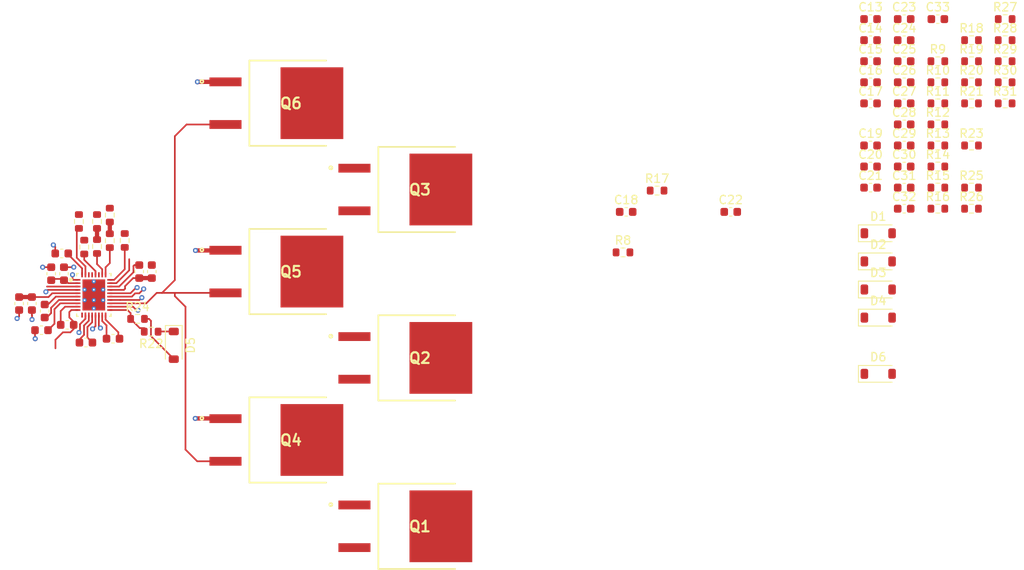
<source format=kicad_pcb>
(kicad_pcb (version 20241229) (generator "pcbnew") (generator_version "9.0")
  (layers (0 "F.Cu" signal) (2 "B.Cu" signal) (13 "F.Paste" user) (15 "B.Paste" user) (5 "F.SilkS" user "F.Silkscreen") (7 "B.SilkS" user "B.Silkscreen") (1 "F.Mask" user) (3 "B.Mask" user) (25 "Edge.Cuts" user))
  (net 0 "")
  (net 1 "AVDD")
  (net 2 "Net-(U1-DVDD)")
  (net 3 "Net-(U1-GVDD)")
  (net 4 "PVDD")
  (net 5 "VREG")
  (net 6 "/MotorController/BSTC")
  (net 7 "SHC")
  (net 8 "/MotorController/BSTB")
  (net 9 "SHB")
  (net 10 "/MotorController/CPL")
  (net 11 "/MotorController/CPH")
  (net 12 "/MotorController/BSTA")
  (net 13 "SHA")
  (net 14 "/MotorController/EXT_CLK")
  (net 15 "Net-(R1-Pad2)")
  (net 16 "nFAULT")
  (net 17 "FGOUT")
  (net 18 "MCX_SCL")
  (net 19 "MCX_SDA")
  (net 20 "/MotorController/SCL")
  (net 21 "/MotorController/SDA")
  (net 22 "SN")
  (net 23 "SP")
  (net 24 "DACOUT{slash}SOX{slash}SPEED_ANA")
  (net 25 "DRVOFF")
  (net 26 "OUTA")
  (net 27 "GCTRL")
  (net 28 "Net-(C15-Pad1)")
  (net 29 "Net-(C16-Pad1)")
  (net 30 "LSS")
  (net 31 "DIR")
  (net 32 "SPEED{slash}WAKE")
  (net 33 "GND")
  (net 34 "OUTB")
  (net 35 "GHA")
  (net 36 "BRAKE")
  (net 37 "Net-(C20-Pad2)")
  (net 38 "Net-(C21-Pad1)")
  (net 39 "Net-(C22-Pad1)")
  (net 40 "OUTC")
  (net 41 "Net-(C26-Pad2)")
  (net 42 "Net-(C27-Pad1)")
  (net 43 "Net-(C28-Pad1)")
  (net 44 "Net-(D1-K)")
  (net 45 "Net-(D2-K)")
  (net 46 "Net-(D3-K)")
  (net 47 "Net-(D4-K)")
  (net 48 "Net-(D5-K)")
  (net 49 "Net-(D6-K)")
  (net 50 "/MOSFETs/GHA_FET")
  (net 51 "GLA")
  (net 52 "/MOSFETs/GHB_FET")
  (net 53 "GLB")
  (net 54 "/MOSFETs/GHC_FET")
  (net 55 "GLC")
  (net 56 "GHB")
  (net 57 "GHC")
  (footprint "Resistor_SMD:R_0603_1608Metric" (layer "F.Cu") (at 195.771 57.3)
    (property "Reference" "R21")
    (property "Value" "R")
  )
  (footprint "Resistor_SMD:R_0603_1608Metric" (layer "F.Cu") (at 191.761 52.28)
    (property "Reference" "R9")
    (property "Value" "10")
  )
  (footprint "Capacitor_SMD:C_0603_1608Metric" (layer "F.Cu") (at 183.741 54.79)
    (property "Reference" "C16")
    (property "Value" "C")
  )
  (footprint "Resistor_SMD:R_0603_1608Metric" (layer "F.Cu") (at 195.771 67.34)
    (property "Reference" "R25")
    (property "Value" "R")
  )
  (footprint "footprints:REE0036A-MFG" (layer "F.Cu") (at 91.186 80.127)
    (property "Reference" "U1" (hide yes))
    (property "Value" "MCF8329A1IREER")
  )
  (footprint "Resistor_SMD:R_0603_1608Metric" (layer "F.Cu") (at 191.761 54.79)
    (property "Reference" "R10")
    (property "Value" "R")
  )
  (footprint "Resistor_SMD:R_0603_1608Metric" (layer "F.Cu") (at 89.408 71.374 -90)
    (property "Reference" "R2" (hide yes))
    (property "Value" "5.1k")
  )
  (footprint "Capacitor_SMD:C_0603_1608Metric" (layer "F.Cu") (at 187.751 59.81)
    (property "Reference" "C28")
    (property "Value" "C")
  )
  (footprint "Resistor_SMD:R_0603_1608Metric" (layer "F.Cu") (at 199.781 49.77)
    (property "Reference" "R28")
    (property "Value" "R")
  )
  (footprint "Capacitor_SMD:C_0603_1608Metric" (layer "F.Cu") (at 187.751 52.28)
    (property "Reference" "C25")
    (property "Value" "C")
  )
  (footprint "Resistor_SMD:R_0603_1608Metric" (layer "F.Cu") (at 91.567 71.374 -90)
    (property "Reference" "R4" (hide yes))
    (property "Value" "5.1k")
  )
  (footprint "Resistor_SMD:R_0603_1608Metric" (layer "F.Cu") (at 199.781 54.79)
    (property "Reference" "R30")
    (property "Value" "0")
  )
  (footprint "Capacitor_SMD:C_0603_1608Metric" (layer "F.Cu") (at 87.363 75.184 180)
    (property "Reference" "C3" (hide yes))
    (property "Value" "1u")
  )
  (footprint "Resistor_SMD:R_0603_1608Metric" (layer "F.Cu") (at 93.091 70.612 -90)
    (property "Reference" "R5" (hide yes))
    (property "Value" "5.1k")
  )
  (footprint "Capacitor_SMD:C_0603_1608Metric" (layer "F.Cu") (at 183.741 49.77)
    (property "Reference" "C14")
    (property "Value" "C")
  )
  (footprint "Capacitor_SMD:C_0603_1608Metric" (layer "F.Cu") (at 187.751 47.26)
    (property "Reference" "C23")
    (property "Value" "0.01u")
  )
  (footprint "Capacitor_SMD:C_0603_1608Metric" (layer "F.Cu") (at 167.081 70.231)
    (property "Reference" "C22")
    (property "Value" "C")
  )
  (footprint "Capacitor_SMD:C_0603_1608Metric" (layer "F.Cu") (at 187.751 57.3)
    (property "Reference" "C27")
    (property "Value" "C")
  )
  (footprint "Diode_SMD:D_SOD-123" (layer "F.Cu") (at 184.656 89.53)
    (property "Reference" "D6")
    (property "Value" "1N4448W")
  )
  (footprint "Capacitor_SMD:C_0603_1608Metric" (layer "F.Cu") (at 183.741 57.3)
    (property "Reference" "C17")
    (property "Value" "0.01u")
  )
  (footprint "Resistor_SMD:R_0603_1608Metric" (layer "F.Cu") (at 191.761 62.32)
    (property "Reference" "R13")
    (property "Value" "R")
  )
  (footprint "Capacitor_SMD:C_0603_1608Metric" (layer "F.Cu") (at 87.63 77.597 90)
    (property "Reference" "C7" (hide yes))
    (property "Value" "10u")
  )
  (footprint "footprints:CSD19536KTTT" (layer "F.Cu") (at 118.87311 57.277 180)
    (property "Reference" "Q6")
    (property "Value" "CSD18536KTT" (hide yes))
  )
  (footprint "footprints:CSD19536KTTT" (layer "F.Cu") (at 134.24011 67.564 180)
    (property "Reference" "Q3")
    (property "Value" "CSD18536KTT" (hide yes))
  )
  (footprint "Resistor_SMD:R_0603_1608Metric" (layer "F.Cu") (at 91.567 74.358 -90)
    (property "Reference" "R6" (hide yes))
    (property "Value" "0")
  )
  (footprint "Capacitor_SMD:C_0603_1608Metric" (layer "F.Cu") (at 90.2462 85.8012 180)
    (property "Reference" "C10" (hide yes))
    (property "Value" "1u")
  )
  (footprint "Resistor_SMD:R_0603_1608Metric" (layer "F.Cu") (at 191.761 57.3)
    (property "Reference" "R11")
    (property "Value" "10")
  )
  (footprint "Capacitor_SMD:C_0603_1608Metric" (layer "F.Cu") (at 86.106 77.597 90)
    (property "Reference" "C8" (hide yes))
    (property "Value" "0.1u")
  )
  (footprint "Capacitor_SMD:C_0603_1608Metric" (layer "F.Cu") (at 154.622 70.231)
    (property "Reference" "C18")
    (property "Value" "4.7u")
  )
  (footprint "Diode_SMD:D_SOD-123" (layer "F.Cu") (at 184.656 79.48)
    (property "Reference" "D3")
    (property "Value" "1N4448W")
  )
  (footprint "Capacitor_SMD:C_0603_1608Metric" (layer "F.Cu") (at 183.741 64.83)
    (property "Reference" "C20")
    (property "Value" "C")
  )
  (footprint "Diode_SMD:D_SOD-123" (layer "F.Cu") (at 184.656 76.13)
    (property "Reference" "D2")
    (property "Value" "1N4448W")
  )
  (footprint "Resistor_SMD:R_0603_1608Metric" (layer "F.Cu") (at 191.761 64.83)
    (property "Reference" "R14")
    (property "Value" "R")
  )
  (footprint "Capacitor_SMD:C_0603_1608Metric" (layer "F.Cu") (at 83.807 81.153 -90)
    (property "Reference" "C6" (hide yes))
    (property "Value" "100n")
  )
  (footprint "Capacitor_SMD:C_0603_1608Metric" (layer "F.Cu") (at 98.0948 77.343 -90)
    (property "Reference" "C1" (hide yes))
    (property "Value" "10u")
  )
  (footprint "Resistor_SMD:R_0603_1608Metric" (layer "F.Cu") (at 199.781 47.26)
    (property "Reference" "R27")
    (property "Value" "R")
  )
  (footprint "Resistor_SMD:R_0603_1608Metric" (layer "F.Cu") (at 191.761 69.85)
    (property "Reference" "R16")
    (property "Value" "10")
  )
  (footprint "footprints:CSD19536KTTT" (layer "F.Cu") (at 134.24011 107.696 180)
    (property "Reference" "Q1")
    (property "Value" "CSD18536KTT" (hide yes))
  )
  (footprint "footprints:CSD19536KTTT" (layer "F.Cu") (at 118.87311 97.409 180)
    (property "Reference" "Q4")
    (property "Value" "CSD18536KTT" (hide yes))
  )
  (footprint "Capacitor_SMD:C_0603_1608Metric" (layer "F.Cu") (at 82.283 81.153 -90)
    (property "Reference" "C5" (hide yes))
    (property "Value" "10u")
  )
  (footprint "Resistor_SMD:R_0603_1608Metric" (layer "F.Cu") (at 199.781 52.28)
    (property "Reference" "R29")
    (property "Value" "0.001")
  )
  (footprint "Resistor_SMD:R_0603_1608Metric" (layer "F.Cu") (at 96.393 82.9818)
    (property "Reference" "R24")
    (property "Value" "10")
  )
  (footprint "Resistor_SMD:R_0603_1608Metric" (layer "F.Cu") (at 158.305 67.691)
    (property "Reference" "R17")
    (property "Value" "10")
  )
  (footprint "Capacitor_SMD:C_0603_1608Metric" (layer "F.Cu") (at 187.751 69.85)
    (property "Reference" "C32")
    (property "Value" "330pF")
  )
  (footprint "Capacitor_SMD:C_0603_1608Metric" (layer "F.Cu") (at 187.751 64.83)
    (property "Reference" "C30")
    (property "Value" "4.7u")
  )
  (footprint "Diode_SMD:D_SOD-123" (layer "F.Cu") (at 100.711 86.1314 -90)
    (property "Reference" "D5")
    (property "Value" "1N4448W")
  )
  (footprint "footprints:CSD19536KTTT" (layer "F.Cu") (at 118.87311 77.343 180)
    (property "Reference" "Q5")
    (property "Value" "CSD18536KTT" (hide yes))
  )
  (footprint "Resistor_SMD:R_0603_1608Metric" (layer "F.Cu") (at 195.771 69.85)
    (property "Reference" "R26")
    (property "Value" "R")
  )
  (footprint "Capacitor_SMD:C_0603_1608Metric" (layer "F.Cu") (at 183.741 47.26)
    (property "Reference" "C13")
    (property "Value" "C")
  )
  (footprint "Resistor_SMD:R_0603_1608Metric" (layer "F.Cu") (at 90.043 74.422 90)
    (property "Reference" "R1" (hide yes))
    (property "Value" "0")
  )
  (footprint "Capacitor_SMD:C_0603_1608Metric" (layer "F.Cu") (at 85.331 82.042 90)
    (property "Reference" "C11" (hide yes))
    (property "Value" "470n")
  )
  (footprint "Resistor_SMD:R_0603_1608Metric" (layer "F.Cu") (at 93.091 73.66 -90)
    (property "Reference" "R7" (hide yes))
    (property "Value" "0")
  )
  (footprint "Resistor_SMD:R_0603_1608Metric" (layer "F.Cu") (at 195.771 49.77)
    (property "Reference" "R18")
    (property "Value" "R")
  )
  (footprint "Resistor_SMD:R_0603_1608Metric" (layer "F.Cu") (at 195.771 62.32)
    (property "Reference" "R23")
    (property "Value" "10")
  )
  (footprint "Capacitor_SMD:C_0603_1608Metric" (layer "F.Cu") (at 191.761 47.26)
    (property "Reference" "C33")
    (property "Value" "330pF")
  )
  (footprint "Capacitor_SMD:C_0603_1608Metric" (layer "F.Cu") (at 84.95 84.328 180)
    (property "Reference" "C4" (hide yes))
    (property "Value" "10u")
  )
  (footprint "Resistor_SMD:R_0603_1608Metric" (layer "F.Cu") (at 191.761 59.81)
    (property "Reference" "R12")
    (property "Value" "R")
  )
  (footprint "Resistor_SMD:R_0603_1608Metric" (layer "F.Cu") (at 191.761 67.34)
    (property "Reference" "R15")
    (property "Value" "10")
  )
  (footprint "Resistor_SMD:R_0603_1608Metric" (layer "F.Cu") (at 154.241 75.057)
    (property "Reference" "R8")
    (property "Value" "10")
  )
  (footprint "Capacitor_SMD:C_0603_1608Metric" (layer "F.Cu") (at 187.751 49.77)
    (property "Reference" "C24")
    (property "Value" "4.7u")
  )
  (footprint "Capacitor_SMD:C_0603_1608Metric" (layer "F.Cu") (at 183.741 62.32)
    (property "Reference" "C19")
    (property "Value" "C")
  )
  (footprint "Capacitor_SMD:C_0603_1608Metric" (layer "F.Cu") (at 187.751 67.34)
    (property "Reference" "C31")
    (property "Value" "0.01uF")
  )
  (footprint "Resistor_SMD:R_0603_1608Metric" (layer "F.Cu") (at 195.771 52.28)
    (property "Reference" "R19")
    (property "Value" "R")
  )
  (footprint "footprints:CSD19536KTTT" (layer "F.Cu") (at 134.24011 87.63 180)
    (property "Reference" "Q2")
    (property "Value" "CSD18536KTT" (hide yes))
  )
  (footprint "Capacitor_SMD:C_0603_1608Metric" (layer "F.Cu") (at 183.741 52.28)
    (property "Reference" "C15")
    (property "Value" "C")
  )
  (footprint "Resistor_SMD:R_0603_1608Metric" (layer "F.Cu") (at 98.0186 84.5058 180)
    (property "Reference" "R22")
    (property "Value" "10")
  )
  (footprint "Diode_SMD:D_SOD-123" (layer "F.Cu") (at 184.656 82.83)
    (property "Reference" "D4")
    (property "Value" "1N4448W")
  )
  (footprint "Capacitor_SMD:C_0603_1608Metric" (layer "F.Cu") (at 93.472 85.344 180)
    (property "Reference" "C9" (hide yes))
    (property "Value" "1u")
  )
  (footprint "Capacitor_SMD:C_0603_1608Metric" (layer "F.Cu") (at 88.011 83.693 180)
    (property "Reference" "C12" (hide yes))
    (property "Value" "1u")
  )
  (footprint "Resistor_SMD:R_0603_1608Metric" (layer "F.Cu") (at 94.869 73.6346 -90)
    (property "Reference" "R3" (hide yes))
    (property "Value" "5.1k")
  )
  (footprint "Diode_SMD:D_SOD-123" (layer "F.Cu") (at 184.656 72.78)
    (property "Reference" "D1")
    (property "Value" "1N4448W")
  )
  (footprint "Capacitor_SMD:C_0603_1608Metric" (layer "F.Cu") (at 183.741 67.34)
    (property "Reference" "C21")
    (property "Value" "C")
  )
  (footprint "Resistor_SMD:R_0603_1608Metric" (layer "F.Cu") (at 195.771 54.79)
    (property "Reference" "R20")
    (property "Value" "R")
  )
  (footprint "Capacitor_SMD:C_0603_1608Metric" (layer "F.Cu") (at 187.751 54.79)
    (property "Reference" "C26")
    (property "Value" "C")
  )
  (footprint "Capacitor_SMD:C_0603_1608Metric" (layer "F.Cu") (at 96.5962 77.343 -90)
    (property "Reference" "C2" (hide yes))
    (property "Value" "0.1u")
  )
  (footprint "Resistor_SMD:R_0603_1608Metric" (layer "F.Cu") (at 199.781 57.3)
    (property "Reference" "R31")
    (property "Value" "0")
  )
  (footprint "Capacitor_SMD:C_0603_1608Metric" (layer "F.Cu") (at 187.751 62.32)
    (property "Reference" "C29")
    (property "Value" "0.01u")
  )
  (segment (start 96.025 76.568) (end 96.5962 76.568) (width 0.2) (layer "F.Cu") (net 1))
  (segment (start 95.9104 76.6826) (end 96.025 76.568) (width 0.2) (layer "F.Cu") (net 1))
  (segment (start 93.085999 79.126999) (end 94.202601 79.126999) (width 0.2) (layer "F.Cu") (net 1))
  (segment (start 94.202601 79.126999) (end 95.9104 77.4192) (width 0.2) (layer "F.Cu") (net 1))
  (segment (start 95.9104 77.4192) (end 95.9104 76.6826) (width 0.2) (layer "F.Cu") (net 1))
  (segment (start 88.138 75.311) (end 88.138 75.184) (width 0.2) (layer "F.Cu") (net 2))
  (segment (start 89.786 76.959) (end 88.138 75.311) (width 0.2) (layer "F.Cu") (net 2))
  (segment (start 89.786 77.727) (end 89.786 76.959) (width 0.2) (layer "F.Cu") (net 2))
  (segment (start 86.494 83.559) (end 85.725 84.328) (width 0.2) (layer "F.Cu") (net 3))
  (segment (start 89.286001 81.127001) (end 87.194099 81.127001) (width 0.2) (layer "F.Cu") (net 3))
  (segment (start 87.194099 81.127001) (end 86.494 81.8271) (width 0.2) (layer "F.Cu") (net 3))
  (segment (start 86.494 81.8271) (end 86.494 83.559) (width 0.2) (layer "F.Cu") (net 3))
  (segment (start 85.782 80.378) (end 83.807 80.378) (width 0.2) (layer "F.Cu") (net 4))
  (segment (start 89.286001 79.927) (end 86.233 79.927) (width 0.2) (layer "F.Cu") (net 4))
  (segment (start 86.233 79.927) (end 85.782 80.378) (width 0.2) (layer "F.Cu") (net 4))
  (segment (start 83.807 80.378) (end 82.283 80.378) (width 0.508) (layer "F.Cu") (net 4))
  (segment (start 87.63 78.219) (end 86.106 78.219) (width 0.2) (layer "F.Cu") (net 5))
  (segment (start 88.138 78.727) (end 87.63 78.219) (width 0.2) (layer "F.Cu") (net 5))
  (segment (start 88.138 78.727) (end 89.286001 78.727) (width 0.2) (layer "F.Cu") (net 5))
  (segment (start 92.697 83.7562) (end 92.186001 83.245201) (width 0.2) (layer "F.Cu") (net 6))
  (segment (start 92.697 85.344) (end 92.697 83.7562) (width 0.2) (layer "F.Cu") (net 6))
  (segment (start 92.186001 83.245201) (end 92.186001 82.527) (width 0.2) (layer "F.Cu") (net 6))
  (segment (start 92.586 82.527) (end 92.586 83.061) (width 0.2) (layer "F.Cu") (net 7))
  (segment (start 92.586 83.061) (end 94.107 84.582) (width 0.2) (layer "F.Cu") (net 7))
  (segment (start 94.107 84.582) (end 94.107 85.204) (width 0.2) (layer "F.Cu") (net 7))
  (segment (start 94.107 85.204) (end 94.247 85.344) (width 0.2) (layer "F.Cu") (net 7))
  (segment (start 90.0176 84.8868) (end 89.4712 85.4332) (width 0.2) (layer "F.Cu") (net 8))
  (segment (start 89.4712 85.4332) (end 89.4712 85.8012) (width 0.2) (layer "F.Cu") (net 8))
  (segment (start 90.0176 83.7692) (end 90.0176 84.8868) (width 0.2) (layer "F.Cu") (net 8))
  (segment (start 90.586001 82.527) (end 90.586001 83.200799) (width 0.2) (layer "F.Cu") (net 8))
  (segment (start 90.586001 83.200799) (end 90.0176 83.7692) (width 0.2) (layer "F.Cu") (net 8))
  (segment (start 90.424 85.204) (end 90.424 83.947) (width 0.2) (layer "F.Cu") (net 9))
  (segment (start 91.0212 85.8012) (end 90.424 85.204) (width 0.2) (layer "F.Cu") (net 9))
  (segment (start 90.986 83.385) (end 90.986 82.527) (width 0.2) (layer "F.Cu") (net 9))
  (segment (start 90.424 83.947) (end 90.986 83.385) (width 0.2) (layer "F.Cu") (net 9))
  (segment (start 89.286001 80.327) (end 86.665 80.327) (width 0.2) (layer "F.Cu") (net 10))
  (segment (start 85.725 81.267) (end 85.331 81.267) (width 0.2) (layer "F.Cu") (net 10))
  (segment (start 86.665 80.327) (end 85.725 81.267) (width 0.2) (layer "F.Cu") (net 10))
  (segment (start 86.093 82.296) (end 85.572 82.817) (width 0.2) (layer "F.Cu") (net 11))
  (segment (start 85.572 82.817) (end 85.331 82.817) (width 0.2) (layer "F.Cu") (net 11))
  (segment (start 89.286001 80.726999) (end 87.027001 80.726999) (width 0.2) (layer "F.Cu") (net 11))
  (segment (start 87.027001 80.726999) (end 86.093 81.661) (width 0.2) (layer "F.Cu") (net 11))
  (segment (start 86.093 81.661) (end 86.093 82.296) (width 0.2) (layer "F.Cu") (net 11))
  (segment (start 87.764 81.527) (end 87.236 82.055) (width 0.2) (layer "F.Cu") (net 12))
  (segment (start 89.286001 81.527) (end 87.764 81.527) (width 0.2) (layer "F.Cu") (net 12))
  (segment (start 87.236 82.055) (end 87.236 83.693) (width 0.2) (layer "F.Cu") (net 12))
  (segment (start 88.265 82.804) (end 88.265 82.169) (width 0.2) (layer "F.Cu") (net 13))
  (segment (start 88.507001 81.926999) (end 89.286001 81.926999) (width 0.2) (layer "F.Cu") (net 13))
  (segment (start 86.995 85.09) (end 86.614 85.471) (width 0.2) (layer "F.Cu") (net 13))
  (segment (start 87.503 84.582) (end 86.995 85.09) (width 0.2) (layer "F.Cu") (net 13))
  (segment (start 86.614 85.471) (end 86.614 86.487) (width 0.2) (layer "F.Cu") (net 13))
  (segment (start 88.786 83.325) (end 88.265 82.804) (width 0.2) (layer "F.Cu") (net 13))
  (segment (start 88.392 84.582) (end 87.503 84.582) (width 0.2) (layer "F.Cu") (net 13))
  (segment (start 88.786 83.693) (end 88.786 84.188) (width 0.2) (layer "F.Cu") (net 13))
  (segment (start 88.265 82.169) (end 88.507001 81.926999) (width 0.2) (layer "F.Cu") (net 13))
  (segment (start 88.786 84.188) (end 88.392 84.582) (width 0.2) (layer "F.Cu") (net 13))
  (segment (start 88.786 83.693) (end 88.786 83.325) (width 0.2) (layer "F.Cu") (net 13))
  (segment (start 90.043 75.946) (end 90.043 75.247) (width 0.2) (layer "F.Cu") (net 14))
  (segment (start 91.386 77.289) (end 90.043 75.946) (width 0.2) (layer "F.Cu") (net 14))
  (segment (start 91.386 77.727) (end 91.386 77.289) (width 0.2) (layer "F.Cu") (net 14))
  (segment (start 89.154 75.692) (end 89.154 72.453) (width 0.2) (layer "F.Cu") (net 16))
  (segment (start 89.154 72.453) (end 89.408 72.199) (width 0.2) (layer "F.Cu") (net 16))
  (segment (start 90.185999 76.723999) (end 89.154 75.692) (width 0.2) (layer "F.Cu") (net 16))
  (segment (start 90.185999 77.727) (end 90.185999 76.723999) (width 0.2) (layer "F.Cu") (net 16))
  (segment (start 93.085999 78.327001) (end 93.605599 78.327001) (width 0.2) (layer "F.Cu") (net 17))
  (segment (start 93.605599 78.327001) (end 94.869 77.0636) (width 0.2) (layer "F.Cu") (net 17))
  (segment (start 94.869 77.0636) (end 94.869 74.4596) (width 0.2) (layer "F.Cu") (net 17))
  (segment (start 91.567 73.533) (end 91.567 72.199) (width 0.508) (layer "F.Cu") (net 18))
  (segment (start 93.091 72.835) (end 93.091 71.437) (width 0.508) (layer "F.Cu") (net 19))
  (segment (start 92.186001 77.727) (end 92.186001 77.072001) (width 0.2) (layer "F.Cu") (net 20))
  (segment (start 92.186001 77.072001) (end 91.567 76.453) (width 0.2) (layer "F.Cu") (net 20))
  (segment (start 91.567 76.453) (end 91.567 75.183) (width 0.2) (layer "F.Cu") (net 20))
  (segment (start 93.091 76.333) (end 93.091 74.485) (width 0.2) (layer "F.Cu") (net 21))
  (segment (start 92.586 77.727) (end 92.586 76.838) (width 0.2) (layer "F.Cu") (net 21))
  (segment (start 92.586 76.838) (end 93.091 76.333) (width 0.2) (layer "F.Cu") (net 21))
  (segment (start 96.1136 79.9338) (end 95.7204 80.327) (width 0.2) (layer "F.Cu") (net 22))
  (segment (start 96.601896 79.9338) (end 96.1136 79.9338) (width 0.2) (layer "F.Cu") (net 22))
  (segment (start 97.125611 79.410085) (end 96.601896 79.9338) (width 0.2) (layer "F.Cu") (net 22))
  (segment (start 95.7204 80.327) (end 93.085999 80.327) (width 0.2) (layer "F.Cu") (net 22))
  (via (at 97.125611 79.410085) (size 0.6) (drill 0.3) (layers "F.Cu" "B.Cu") (net 22))
  (segment (start 93.085999 80.726999) (end 94.315999 80.726999) (width 0.2) (layer "F.Cu") (net 23))
  (segment (start 94.315999 80.726999) (end 96.630157 80.726999) (width 0.2) (layer "F.Cu") (net 23))
  (segment (start 96.630157 80.726999) (end 96.90632 80.450836) (width 0.2) (layer "F.Cu") (net 23))
  (via (at 96.90632 80.450836) (size 0.6) (drill 0.3) (layers "F.Cu" "B.Cu") (net 23))
  (segment (start 96.231464 79.248) (end 95.552464 79.927) (width 0.2) (layer "F.Cu") (net 25))
  (segment (start 95.552464 79.927) (end 93.085999 79.927) (width 0.2) (layer "F.Cu") (net 25))
  (segment (start 96.3422 79.248) (end 96.231464 79.248) (width 0.2) (layer "F.Cu") (net 25))
  (via (at 96.3422 79.248) (size 0.6) (drill 0.3) (layers "F.Cu" "B.Cu") (net 25))
  (segment (start 85.603999 79.126999) (end 89.286001 79.126999) (width 0.2) (layer "F.Cu") (net 27))
  (segment (start 99.314 79.883) (end 100.838 79.883) (width 0.2) (layer "F.Cu") (net 30))
  (segment (start 100.838 78.359) (end 100.838 61.214) (width 0.2) (layer "F.Cu") (net 30))
  (segment (start 102.108 98.552) (end 102.108 81.534) (width 0.2) (layer "F.Cu") (net 30))
  (segment (start 103.505 99.949) (end 102.108 98.552) (width 0.2) (layer "F.Cu") (net 30))
  (segment (start 100.838 61.214) (end 102.235 59.817) (width 0.2) (layer "F.Cu") (net 30))
  (segment (start 100.838 80.264) (end 100.838 79.883) (width 0.2) (layer "F.Cu") (net 30))
  (segment (start 98.679 79.883) (end 99.314 79.883) (width 0.2) (layer "F.Cu") (net 30))
  (segment (start 93.085999 81.127001) (end 97.434999 81.127001) (width 0.2) (layer "F.Cu") (net 30))
  (segment (start 99.314 79.883) (end 100.838 78.359) (width 0.2) (layer "F.Cu") (net 30))
  (segment (start 102.235 59.817) (end 106.87311 59.817) (width 0.2) (layer "F.Cu") (net 30))
  (segment (start 97.434999 81.127001) (end 98.679 79.883) (width 0.2) (layer "F.Cu") (net 30))
  (segment (start 100.838 79.883) (end 106.87311 79.883) (width 0.2) (layer "F.Cu") (net 30))
  (segment (start 106.87311 99.949) (end 103.505 99.949) (width 0.2) (layer "F.Cu") (net 30))
  (segment (start 102.108 81.534) (end 100.838 80.264) (width 0.2) (layer "F.Cu") (net 30))
  (segment (start 93.085999 78.727) (end 93.866 78.727) (width 0.2) (layer "F.Cu") (net 32))
  (segment (start 93.866 78.727) (end 95.4024 77.1906) (width 0.2) (layer "F.Cu") (net 32))
  (segment (start 95.4024 77.1906) (end 95.4024 75.8698) (width 0.2) (layer "F.Cu") (net 32))
  (segment (start 89.286001 79.527001) (end 85.699999 79.527001) (width 0.2) (layer "F.Cu") (net 33))
  (segment (start 85.699999 79.527001) (end 85.471 79.756) (width 0.2) (layer "F.Cu") (net 33))
  (segment (start 88.786 76.822) (end 88.793235 76.814765) (width 0.2) (layer "F.Cu") (net 33))
  (segment (start 85.09 76.822) (end 86.487 76.822) (width 0.2) (layer "F.Cu") (net 33))
  (segment (start 86.588 74.396) (end 86.36 74.168) (width 0.2) (layer "F.Cu") (net 33))
  (segment (start 86.588 75.184) (end 86.588 74.396) (width 0.2) (layer "F.Cu") (net 33))
  (segment (start 88.741001 78.327001) (end 88.646 78.232) (width 0.2) (layer "F.Cu") (net 33))
  (segment (start 84.175 84.328) (end 84.175 85.318) (width 0.2) (layer "F.Cu") (net 33))
  (segment (start 95.872 78.118) (end 96.5962 78.118) (width 0.2) (layer "F.Cu") (net 33))
  (segment (start 87.63 76.822) (end 88.786 76.822) (width 0.2) (layer "F.Cu") (net 33))
  (segment (start 96.5962 78.118) (end 98.0948 78.118) (width 0.508) (layer "F.Cu") (net 33))
  (segment (start 82.283 82.69) (end 82.042 82.931) (width 0.2) (layer "F.Cu") (net 33))
  (segment (start 94.9068 79.388) (end 94.9068 79.0832) (width 0.2) (layer "F.Cu") (net 33))
  (segment (start 83.82 83.058) (end 83.82 82.55) (width 0.2) (layer "F.Cu") (net 33))
  (segment (start 88.646 78.232) (end 88.646 77.724) (width 0.2) (layer "F.Cu") (net 33))
  (segment (start 83.807 82.537) (end 83.807 81.928) (width 0.2) (layer "F.Cu") (net 33))
  (segment (start 84.175 85.318) (end 84.201 85.344) (width 0.2) (layer "F.Cu") (net 33))
  (segment (start 94.767799 79.527001) (end 94.9068 79.388) (width 0.2) (layer "F.Cu") (net 33))
  (segment (start 83.82 82.55) (end 83.807 82.537) (width 0.2) (layer "F.Cu") (net 33))
  (segment (start 94.9068 79.0832) (end 95.872 78.118) (width 0.2) (layer "F.Cu") (net 33))
  (segment (start 82.283 81.928) (end 82.283 82.69) (width 0.2) (layer "F.Cu") (net 33))
  (segment (start 93.085999 79.527001) (end 94.767799 79.527001) (width 0.2) (layer "F.Cu") (net 33))
  (segment (start 89.286001 78.327001) (end 88.741001 78.327001) (width 0.2) (layer "F.Cu") (net 33))
  (via (at 88.793235 76.814765) (size 0.6) (drill 0.3) (layers "F.Cu" "B.Cu") (net 33))
  (via (at 82.042 82.931) (size 0.6) (drill 0.3) (layers "F.Cu" "B.Cu") (net 33))
  (via (at 88.646 77.724) (size 0.6) (drill 0.3) (layers "F.Cu" "B.Cu") (net 33))
  (via (at 84.201 85.344) (size 0.6) (drill 0.3) (layers "F.Cu" "B.Cu") (net 33))
  (via (at 83.82 83.058) (size 0.6) (drill 0.3) (layers "F.Cu" "B.Cu") (net 33))
  (via (at 85.471 79.756) (size 0.6) (drill 0.3) (layers "F.Cu" "B.Cu") (net 33))
  (via (at 86.36 74.168) (size 0.6) (drill 0.3) (layers "F.Cu" "B.Cu") (net 33))
  (via (at 85.09 76.822) (size 0.6) (drill 0.3) (layers "F.Cu" "B.Cu") (net 33))
  (segment (start 98.868 84.4814) (end 100.711 84.4814) (width 0.2) (layer "F.Cu") (net 48))
  (segment (start 98.8436 84.5058) (end 98.868 84.4814) (width 0.2) (layer "F.Cu") (net 48))
  (segment (start 89.537 84.482835) (end 89.4176 84.602235) (width 0.2) (layer "F.Cu") (net 51))
  (segment (start 106.84771 94.8436) (end 106.87311 94.869) (width 0.508) (layer "F.Cu") (net 51))
  (segment (start 90.185999 82.527) (end 90.185999 82.965801) (width 0.2) (layer "F.Cu") (net 51))
  (segment (start 89.8398 83.312) (end 89.537 83.6148) (width 0.2) (layer "F.Cu") (net 51))
  (segment (start 103.2764 94.8436) (end 106.84771 94.8436) (width 0.508) (layer "F.Cu") (net 51))
  (segment (start 90.185999 82.965801) (end 89.8398 83.312) (width 0.2) (layer "F.Cu") (net 51))
  (segment (start 89.537 83.6148) (end 89.537 84.482835) (width 0.2) (layer "F.Cu") (net 51))
  (via (at 103.2764 94.8436) (size 0.6) (drill 0.3) (layers "F.Cu" "B.Cu") (net 51))
  (via (at 89.4176 84.602235) (size 0.6) (drill 0.3) (layers "F.Cu" "B.Cu") (net 51))
  (segment (start 91.785999 83.886599) (end 91.9734 84.074) (width 0.2) (layer "F.Cu") (net 53))
  (segment (start 91.785999 82.527) (end 91.785999 83.886599) (width 0.2) (layer "F.Cu") (net 53))
  (segment (start 103.3018 74.8284) (end 106.84771 74.8284) (width 0.508) (layer "F.Cu") (net 53))
  (segment (start 106.84771 74.8284) (end 106.87311 74.803) (width 0.508) (layer "F.Cu") (net 53))
  (via (at 91.9734 84.074) (size 0.6) (drill 0.3) (layers "F.Cu" "B.Cu") (net 53))
  (via (at 103.3018 74.8284) (size 0.6) (drill 0.3) (layers "F.Cu" "B.Cu") (net 53))
  (segment (start 97.9932 83.2134) (end 97.9932 85.0392) (width 0.2) (layer "F.Cu") (net 54))
  (segment (start 97.9932 85.0392) (end 100.329 87.375) (width 0.2) (layer "F.Cu") (net 54))
  (segment (start 97.218 82.9818) (end 97.7616 82.9818) (width 0.2) (layer "F.Cu") (net 54))
  (segment (start 97.7616 82.9818) (end 97.9932 83.2134) (width 0.2) (layer "F.Cu") (net 54))
  (segment (start 100.329 87.375) (end 100.329 87.3994) (width 0.2) (layer "F.Cu") (net 54))
  (segment (start 100.329 87.3994) (end 100.711 87.7814) (width 0.2) (layer "F.Cu") (net 54))
  (segment (start 95.4602 81.527) (end 93.085999 81.527) (width 0.2) (layer "F.Cu") (net 55))
  (segment (start 96.266 81.9404) (end 95.854435 81.528835) (width 0.2) (layer "F.Cu") (net 55))
  (segment (start 96.4438 81.9404) (end 96.266 81.9404) (width 0.2) (layer "F.Cu") (net 55))
  (segment (start 95.854435 81.528835) (end 95.462035 81.528835) (width 0.2) (layer "F.Cu") (net 55))
  (segment (start 95.462035 81.528835) (end 95.4602 81.527) (width 0.2) (layer "F.Cu") (net 55))
  (segment (start 103.5304 54.737) (end 106.87311 54.737) (width 0.508) (layer "F.Cu") (net 55))
  (via (at 103.5304 54.737) (size 0.6) (drill 0.3) (layers "F.Cu" "B.Cu") (net 55))
  (via (at 96.4438 81.9404) (size 0.6) (drill 0.3) (layers "F.Cu" "B.Cu") (net 55))
  (segment (start 91.386 82.527) (end 91.386 83.83353) (width 0.2) (layer "F.Cu") (net 56))
  (segment (start 91.386 83.83353) (end 91.038765 84.180765) (width 0.2) (layer "F.Cu") (net 56))
  (via (at 91.038765 84.180765) (size 0.6) (drill 0.3) (layers "F.Cu" "B.Cu") (net 56))
  (segment (start 93.085999 81.926999) (end 95.198999 81.926999) (width 0.2) (layer "F.Cu") (net 57))
  (segment (start 95.568 82.296) (end 95.568 82.9818) (width 0.2) (layer "F.Cu") (net 57))
  (segment (start 95.198999 81.926999) (end 95.568 82.296) (width 0.2) (layer "F.Cu") (net 57))
  (segment (start 96.6602 84.074) (end 97.219 84.074) (width 0.2) (layer "F.Cu") (net 57))
  (segment (start 95.568 82.9818) (end 96.6602 84.074) (width 0.2) (layer "F.Cu") (net 57))
)
</source>
